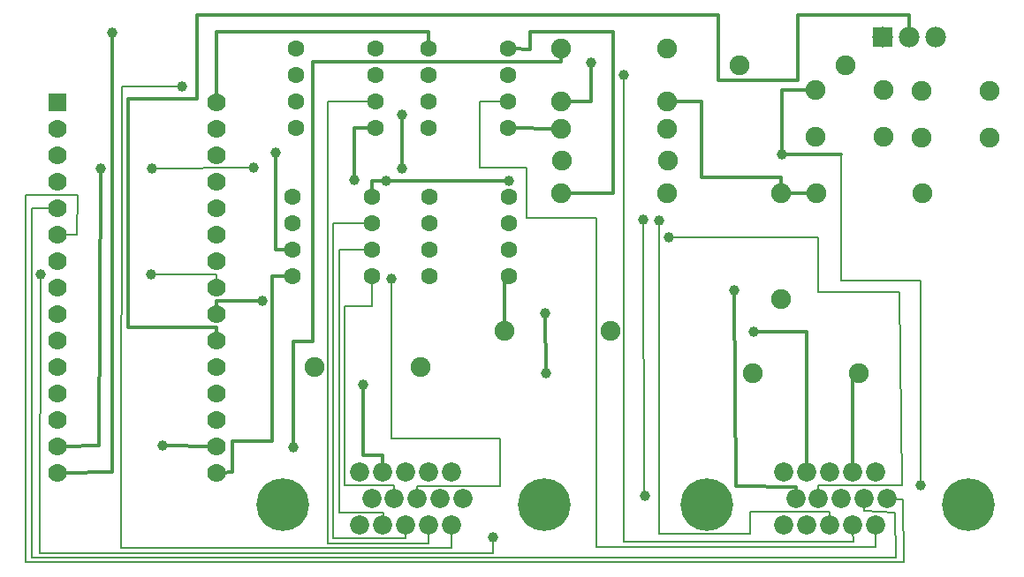
<source format=gtl>
G04 MADE WITH FRITZING*
G04 WWW.FRITZING.ORG*
G04 DOUBLE SIDED*
G04 HOLES PLATED*
G04 CONTOUR ON CENTER OF CONTOUR VECTOR*
%ASAXBY*%
%FSLAX23Y23*%
%MOIN*%
%OFA0B0*%
%SFA1.0B1.0*%
%ADD10C,0.063000*%
%ADD11C,0.070000*%
%ADD12C,0.078000*%
%ADD13C,0.075000*%
%ADD14C,0.198889*%
%ADD15C,0.072113*%
%ADD16C,0.039370*%
%ADD17R,0.069972X0.070000*%
%ADD18R,0.078000X0.078000*%
%ADD19C,0.008000*%
%ADD20C,0.012000*%
%LNCOPPER1*%
G90*
G70*
G54D10*
X1562Y1957D03*
X1562Y1857D03*
X1562Y1757D03*
X1562Y1657D03*
X1862Y1657D03*
X1862Y1757D03*
X1862Y1857D03*
X1862Y1957D03*
X1562Y1957D03*
X1562Y1857D03*
X1562Y1757D03*
X1562Y1657D03*
X1862Y1657D03*
X1862Y1757D03*
X1862Y1857D03*
X1862Y1957D03*
X1564Y1396D03*
X1564Y1296D03*
X1564Y1196D03*
X1564Y1096D03*
X1864Y1096D03*
X1864Y1196D03*
X1864Y1296D03*
X1864Y1396D03*
X1564Y1396D03*
X1564Y1296D03*
X1564Y1196D03*
X1564Y1096D03*
X1864Y1096D03*
X1864Y1196D03*
X1864Y1296D03*
X1864Y1396D03*
X1048Y1398D03*
X1048Y1298D03*
X1048Y1198D03*
X1048Y1098D03*
X1348Y1098D03*
X1348Y1198D03*
X1348Y1298D03*
X1348Y1398D03*
X1048Y1398D03*
X1048Y1298D03*
X1048Y1198D03*
X1048Y1098D03*
X1348Y1098D03*
X1348Y1198D03*
X1348Y1298D03*
X1348Y1398D03*
G54D11*
X163Y1755D03*
X163Y1655D03*
X163Y1555D03*
X163Y1455D03*
X163Y1355D03*
X163Y1255D03*
X163Y1155D03*
X163Y1055D03*
X163Y955D03*
X163Y855D03*
X163Y755D03*
X163Y655D03*
X163Y555D03*
X163Y455D03*
X163Y355D03*
X763Y1755D03*
X763Y1655D03*
X763Y1555D03*
X763Y1455D03*
X763Y1355D03*
X763Y1255D03*
X763Y1155D03*
X763Y1055D03*
X763Y955D03*
X763Y855D03*
X763Y755D03*
X763Y655D03*
X763Y555D03*
X763Y455D03*
X763Y355D03*
G54D10*
X1061Y1956D03*
X1061Y1856D03*
X1061Y1756D03*
X1061Y1656D03*
X1361Y1656D03*
X1361Y1756D03*
X1361Y1856D03*
X1361Y1956D03*
X1061Y1956D03*
X1061Y1856D03*
X1061Y1756D03*
X1061Y1656D03*
X1361Y1656D03*
X1361Y1756D03*
X1361Y1856D03*
X1361Y1956D03*
G54D12*
X3275Y2001D03*
X3375Y2001D03*
X3475Y2001D03*
G54D13*
X3184Y730D03*
X2784Y730D03*
X1530Y753D03*
X1130Y753D03*
X2062Y1410D03*
X2462Y1410D03*
X2064Y1535D03*
X2464Y1535D03*
X2061Y1652D03*
X2461Y1652D03*
X2061Y1756D03*
X2461Y1756D03*
X2061Y1956D03*
X2461Y1956D03*
G54D14*
X1012Y235D03*
G54D15*
X1302Y356D03*
X1389Y356D03*
X1475Y356D03*
X1561Y356D03*
X1647Y356D03*
X1347Y256D03*
X1433Y256D03*
X1519Y256D03*
X1605Y256D03*
X1691Y256D03*
X1302Y156D03*
X1389Y156D03*
X1475Y156D03*
X1561Y156D03*
X1647Y156D03*
G54D14*
X1997Y235D03*
X2612Y235D03*
G54D15*
X2902Y356D03*
X2989Y356D03*
X3075Y356D03*
X3161Y356D03*
X3247Y356D03*
X2947Y256D03*
X3033Y256D03*
X3119Y256D03*
X3205Y256D03*
X3291Y256D03*
X2902Y156D03*
X2989Y156D03*
X3075Y156D03*
X3161Y156D03*
X3247Y156D03*
G54D14*
X3597Y235D03*
G54D16*
X559Y457D03*
X1283Y1461D03*
X1864Y1456D03*
X1401Y1456D03*
X632Y1812D03*
X97Y1104D03*
X515Y1104D03*
G54D13*
X3023Y1799D03*
X3279Y1799D03*
X3023Y1622D03*
X3279Y1622D03*
X3423Y1797D03*
X3679Y1797D03*
X3423Y1620D03*
X3679Y1620D03*
G54D16*
X2895Y1556D03*
X2175Y1904D03*
X2298Y1857D03*
X936Y1003D03*
G54D13*
X2891Y1010D03*
X2891Y1410D03*
G54D16*
X1421Y1087D03*
X1461Y1503D03*
X1461Y1706D03*
X2714Y1045D03*
X2467Y1244D03*
X2370Y1309D03*
X2431Y1308D03*
X2377Y268D03*
G54D13*
X1847Y890D03*
X2247Y890D03*
X3024Y1409D03*
X3424Y1409D03*
X2736Y1894D03*
X3136Y1894D03*
G54D16*
X2005Y729D03*
X2002Y957D03*
X369Y2016D03*
X985Y1562D03*
X325Y1502D03*
X518Y1504D03*
X902Y1506D03*
X2789Y886D03*
X1314Y687D03*
X1050Y451D03*
X3418Y307D03*
X1804Y109D03*
G54D17*
X163Y1755D03*
G54D18*
X3275Y2001D03*
G54D19*
X1475Y134D02*
X1475Y106D01*
D02*
X1226Y1198D02*
X1226Y205D01*
D02*
X1226Y205D02*
X1391Y205D01*
D02*
X1332Y1198D02*
X1226Y1198D01*
D02*
X1391Y205D02*
X1390Y178D01*
D02*
X1201Y1298D02*
X1332Y1298D01*
D02*
X1182Y1756D02*
X1182Y88D01*
D02*
X1182Y88D02*
X1560Y88D01*
D02*
X1345Y1756D02*
X1182Y1756D01*
D02*
X1560Y88D02*
X1561Y134D01*
D02*
X1201Y106D02*
X1201Y1298D01*
D02*
X1475Y106D02*
X1201Y106D01*
G54D20*
D02*
X1562Y2020D02*
X761Y2020D01*
D02*
X1562Y1973D02*
X1562Y2020D01*
D02*
X761Y2020D02*
X763Y1773D01*
D02*
X1283Y1469D02*
X1283Y1656D01*
D02*
X1283Y1656D02*
X1345Y1656D01*
D02*
X2257Y1410D02*
X2080Y1410D01*
D02*
X2257Y2021D02*
X2257Y1410D01*
D02*
X1944Y2021D02*
X2257Y2021D01*
D02*
X1878Y1956D02*
X1946Y1955D01*
D02*
X1946Y1955D02*
X1944Y2021D01*
D02*
X567Y457D02*
X745Y455D01*
G54D19*
D02*
X1647Y134D02*
X1647Y69D01*
G54D20*
D02*
X1124Y1908D02*
X2061Y1908D01*
D02*
X2061Y1908D02*
X2061Y1939D01*
D02*
X1409Y1456D02*
X1856Y1456D01*
D02*
X1348Y1456D02*
X1394Y1456D01*
D02*
X1348Y1414D02*
X1348Y1456D01*
G54D19*
D02*
X1804Y51D02*
X96Y51D01*
D02*
X1804Y101D02*
X1804Y51D01*
D02*
X405Y1812D02*
X624Y1812D01*
D02*
X403Y69D02*
X405Y1812D01*
D02*
X1647Y69D02*
X403Y69D01*
D02*
X2195Y1316D02*
X1930Y1316D01*
D02*
X2195Y72D02*
X2195Y1316D01*
D02*
X3247Y72D02*
X2195Y72D01*
D02*
X1754Y1508D02*
X1754Y1757D01*
D02*
X1930Y1508D02*
X1754Y1508D01*
D02*
X1754Y1757D02*
X1846Y1757D01*
D02*
X3247Y134D02*
X3247Y72D01*
D02*
X1930Y1316D02*
X1930Y1508D01*
D02*
X523Y1104D02*
X763Y1104D01*
D02*
X763Y1104D02*
X763Y1073D01*
D02*
X96Y51D02*
X97Y1096D01*
G54D20*
D02*
X972Y1098D02*
X972Y474D01*
D02*
X820Y474D02*
X820Y356D01*
G54D19*
D02*
X1432Y306D02*
X1246Y306D01*
D02*
X1246Y982D02*
X1348Y982D01*
D02*
X1348Y982D02*
X1348Y1082D01*
D02*
X1246Y306D02*
X1246Y982D01*
D02*
X1433Y278D02*
X1432Y306D01*
G54D20*
D02*
X1032Y1098D02*
X972Y1098D01*
D02*
X972Y474D02*
X820Y474D01*
D02*
X1050Y458D02*
X1050Y849D01*
D02*
X1050Y849D02*
X1124Y850D01*
D02*
X1124Y850D02*
X1124Y1908D01*
D02*
X3171Y719D02*
X3161Y712D01*
D02*
X3161Y712D02*
X3161Y378D01*
D02*
X820Y356D02*
X781Y355D01*
G54D19*
D02*
X2298Y93D02*
X2298Y1849D01*
D02*
X3165Y93D02*
X2298Y93D01*
G54D20*
D02*
X2175Y1756D02*
X2078Y1756D01*
D02*
X2175Y1897D02*
X2175Y1756D01*
G54D19*
D02*
X41Y1405D02*
X237Y1405D01*
D02*
X237Y1405D02*
X235Y1252D01*
D02*
X3353Y253D02*
X3354Y17D01*
D02*
X3205Y209D02*
X3323Y202D01*
D02*
X3323Y202D02*
X3326Y33D01*
D02*
X235Y1252D02*
X181Y1254D01*
D02*
X41Y16D02*
X41Y1405D01*
D02*
X3314Y255D02*
X3353Y253D01*
D02*
X3354Y16D02*
X41Y16D01*
D02*
X3162Y134D02*
X3165Y93D01*
D02*
X3326Y33D02*
X64Y33D01*
G54D20*
D02*
X762Y973D02*
X760Y1003D01*
D02*
X760Y1003D02*
X928Y1003D01*
D02*
X3119Y1556D02*
X2903Y1556D01*
G54D19*
D02*
X3418Y1081D02*
X3119Y1081D01*
D02*
X3119Y1081D02*
X3119Y1556D01*
D02*
X3418Y314D02*
X3418Y1081D01*
D02*
X64Y1355D02*
X145Y1355D01*
D02*
X64Y33D02*
X64Y1355D01*
D02*
X3205Y234D02*
X3205Y209D01*
D02*
X1421Y484D02*
X1421Y1079D01*
D02*
X1831Y484D02*
X1421Y484D01*
D02*
X1831Y305D02*
X1831Y484D01*
D02*
X1518Y305D02*
X1831Y305D01*
D02*
X3349Y307D02*
X3339Y1036D01*
D02*
X3339Y1036D02*
X3033Y1036D01*
D02*
X3033Y1036D02*
X3033Y1244D01*
D02*
X3033Y306D02*
X3349Y307D01*
G54D20*
D02*
X2947Y300D02*
X2721Y302D01*
D02*
X2721Y302D02*
X2714Y1037D01*
D02*
X2947Y278D02*
X2947Y300D01*
D02*
X1461Y1511D02*
X1461Y1698D01*
G54D19*
D02*
X3033Y278D02*
X3033Y306D01*
D02*
X3033Y1244D02*
X2475Y1244D01*
D02*
X1519Y278D02*
X1518Y305D01*
D02*
X2370Y1301D02*
X2376Y276D01*
G54D20*
D02*
X428Y903D02*
X428Y1766D01*
D02*
X428Y1766D02*
X689Y1766D01*
D02*
X689Y1766D02*
X689Y2084D01*
D02*
X689Y2084D02*
X2655Y2084D01*
D02*
X2655Y1836D02*
X2955Y1836D01*
D02*
X2955Y2084D02*
X3375Y2084D01*
D02*
X2955Y1836D02*
X2955Y2084D01*
D02*
X3375Y2084D02*
X3375Y2020D01*
D02*
X2655Y2084D02*
X2655Y1836D01*
D02*
X762Y873D02*
X761Y904D01*
D02*
X761Y904D02*
X428Y903D01*
D02*
X3006Y1799D02*
X2895Y1799D01*
D02*
X2895Y1799D02*
X2895Y1564D01*
D02*
X2003Y949D02*
X2005Y737D01*
D02*
X369Y356D02*
X369Y2008D01*
D02*
X181Y355D02*
X369Y356D01*
G54D19*
D02*
X526Y1504D02*
X894Y1506D01*
G54D20*
D02*
X317Y456D02*
X325Y1495D01*
D02*
X181Y455D02*
X317Y456D01*
D02*
X985Y1198D02*
X985Y1554D01*
D02*
X1032Y1198D02*
X985Y1198D01*
D02*
X1847Y1096D02*
X1848Y1096D01*
D02*
X1847Y908D02*
X1847Y1096D01*
D02*
X1389Y421D02*
X1389Y378D01*
D02*
X1314Y421D02*
X1389Y421D01*
D02*
X1314Y679D02*
X1314Y421D01*
D02*
X3006Y1409D02*
X2908Y1410D01*
D02*
X2989Y378D02*
X2989Y886D01*
D02*
X2989Y886D02*
X2797Y886D01*
D02*
X1878Y1656D02*
X2043Y1652D01*
D02*
X2593Y1756D02*
X2593Y1471D01*
D02*
X2593Y1471D02*
X2891Y1471D01*
D02*
X2891Y1471D02*
X2891Y1427D01*
D02*
X2478Y1756D02*
X2593Y1756D01*
G54D19*
D02*
X2431Y1300D02*
X2431Y122D01*
D02*
X2431Y122D02*
X2775Y122D01*
D02*
X2775Y122D02*
X2775Y206D01*
D02*
X2775Y206D02*
X3075Y206D01*
D02*
X3075Y206D02*
X3075Y178D01*
G04 End of Copper1*
M02*
</source>
